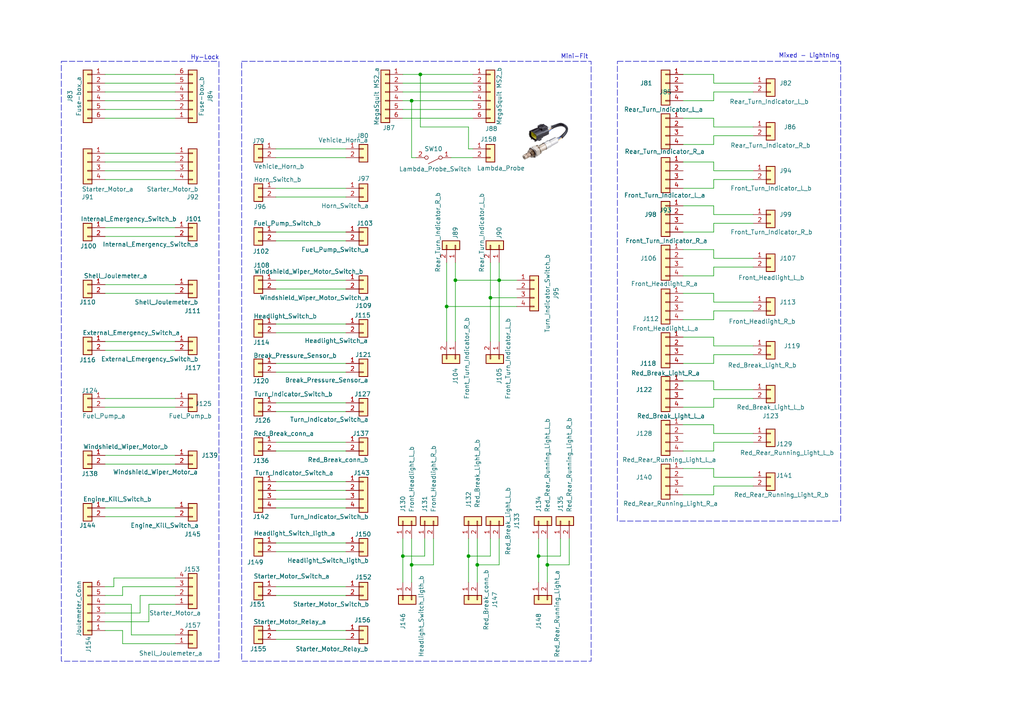
<source format=kicad_sch>
(kicad_sch (version 20250114) (generator "eeschema") (generator_version "9.0")
  (paper "A4")
  (title_block (date "2025-03-21") (rev "V1.0.0"))
  (lib_symbols
    (symbol "Connector_Generic:Conn_01x02" (pin_names (offset 1.016) (hide yes))
      (property "Reference" "J" (at 0 2.54 0))
      (property "Value" "Conn_01x02" (at 0 -5.08 0))
      (symbol "Conn_01x02_1_1"
        (rectangle (start -1.27 1.27) (end 1.27 -3.81) (stroke (width 0.254)) (fill (type background)))
        (rectangle (start -1.27 0.127) (end 0 -0.127) (stroke (width 0.1524)))
        (rectangle (start -1.27 -2.413) (end 0 -2.667) (stroke (width 0.1524)))
        (pin passive line (at -5.08 0 0) (length 3.81) (name "Pin_1") (number "1"))
        (pin passive line (at -5.08 -2.54 0) (length 3.81) (name "Pin_2") (number "2"))
      )
    )
    (symbol "Connector_Generic:Conn_01x04" (pin_names (offset 1.016) (hide yes))
      (property "Reference" "J" (at 0 5.08 0))
      (property "Value" "Conn_01x04" (at 0 -7.62 0))
      (symbol "Conn_01x04_1_1"
        (rectangle (start -1.27 3.81) (end 1.27 -6.35) (stroke (width 0.254)) (fill (type background)))
        (rectangle (start -1.27 2.667) (end 0 2.413) (stroke (width 0.1524)))
        (rectangle (start -1.27 0.127) (end 0 -0.127) (stroke (width 0.1524)))
        (rectangle (start -1.27 -2.413) (end 0 -2.667) (stroke (width 0.1524)))
        (rectangle (start -1.27 -4.953) (end 0 -5.207) (stroke (width 0.1524)))
        (pin passive line (at -5.08 2.54 0) (length 3.81) (name "Pin_1") (number "1"))
        (pin passive line (at -5.08 0 0) (length 3.81) (name "Pin_2") (number "2"))
        (pin passive line (at -5.08 -2.54 0) (length 3.81) (name "Pin_3") (number "3"))
        (pin passive line (at -5.08 -5.08 0) (length 3.81) (name "Pin_4") (number "4"))
      )
    )
    (symbol "Connector_Generic:Conn_01x06" (pin_names (offset 1.016) (hide yes))
      (property "Reference" "J" (at 0 7.62 0))
      (property "Value" "Conn_01x06" (at 0 -10.16 0))
      (symbol "Conn_01x06_1_1"
        (rectangle (start -1.27 6.35) (end 1.27 -8.89) (stroke (width 0.254)) (fill (type background)))
        (rectangle (start -1.27 5.207) (end 0 4.953) (stroke (width 0.1524)))
        (rectangle (start -1.27 2.667) (end 0 2.413) (stroke (width 0.1524)))
        (rectangle (start -1.27 0.127) (end 0 -0.127) (stroke (width 0.1524)))
        (rectangle (start -1.27 -2.413) (end 0 -2.667) (stroke (width 0.1524)))
        (rectangle (start -1.27 -4.953) (end 0 -5.207) (stroke (width 0.1524)))
        (rectangle (start -1.27 -7.493) (end 0 -7.747) (stroke (width 0.1524)))
        (pin passive line (at -5.08 5.08 0) (length 3.81) (name "Pin_1") (number "1"))
        (pin passive line (at -5.08 2.54 0) (length 3.81) (name "Pin_2") (number "2"))
        (pin passive line (at -5.08 0 0) (length 3.81) (name "Pin_3") (number "3"))
        (pin passive line (at -5.08 -2.54 0) (length 3.81) (name "Pin_4") (number "4"))
        (pin passive line (at -5.08 -5.08 0) (length 3.81) (name "Pin_5") (number "5"))
        (pin passive line (at -5.08 -7.62 0) (length 3.81) (name "Pin_6") (number "6"))
      )
    )
    (symbol "Switch:SW_SPST" (pin_names (offset 0) (hide yes))
      (property "Reference" "SW" (at 0 3.175 0))
      (property "Value" "SW_SPST" (at 0 -2.54 0))
      (symbol "SW_SPST_0_0"
        (circle (center -2.032 0) (radius 0.508))
        (polyline (pts (xy -1.524 0.254) (xy 1.524 1.778)))
        (circle (center 2.032 0) (radius 0.508))
      )
      (symbol "SW_SPST_1_1"
        (pin passive line (at -5.08 0 0) (length 2.54) (name "A") (number "1"))
        (pin passive line (at 5.08 0 180) (length 2.54) (name "B") (number "2"))
      )
    )
  )
  (rectangle (start 179.07 17.78) (end 243.84 151.13) (stroke (width 0) (type dash)))
  (rectangle (start 70.104 17.78) (end 171.45 191.77) (stroke (width 0) (type dash)))
  (rectangle (start 17.78 17.78) (end 63.5 191.77) (stroke (width 0) (type dash)))
  (text "Hy-Lock" (at 59.436 16.764 0) (effects (font (size 1.27 1.27))))
  (text "Mixed - Lightning" (at 234.696 16.256 0) (effects (font (size 1.27 1.27))))
  (text "Mini-Fit" (at 166.624 16.51 0) (effects (font (size 1.27 1.27))))
  (junction (at 132.08 81.28))
  (junction (at 129.54 88.9))
  (junction (at 158.75 163.83))
  (junction (at 138.43 163.83))
  (junction (at 116.84 161.29))
  (junction (at 142.24 86.36))
  (junction (at 119.38 163.83))
  (junction (at 135.89 161.29))
  (junction (at 121.92 21.59))
  (junction (at 119.38 29.21))
  (junction (at 144.78 81.28))
  (junction (at 156.21 161.29))
  (wire (pts (xy 123.19 161.29) (xy 123.19 156.21)))
  (wire (pts (xy 218.44 115.57) (xy 207.01 115.57)))
  (wire (pts (xy 80.01 128.27) (xy 100.33 128.27)))
  (wire (pts (xy 30.48 180.34) (xy 43.18 180.34)))
  (wire (pts (xy 207.01 29.21) (xy 207.01 26.67)))
  (wire (pts (xy 80.01 160.02) (xy 100.33 160.02)))
  (wire (pts (xy 198.12 34.29) (xy 207.01 34.29)))
  (wire (pts (xy 38.1 175.26) (xy 38.1 184.15)))
  (wire (pts (xy 198.12 46.99) (xy 207.01 46.99)))
  (wire (pts (xy 158.75 163.83) (xy 158.75 156.21)))
  (wire (pts (xy 100.33 119.38) (xy 80.01 119.38)))
  (wire (pts (xy 30.48 49.53) (xy 50.8 49.53)))
  (wire (pts (xy 144.78 156.21) (xy 144.78 163.83)))
  (wire (pts (xy 207.01 62.23) (xy 218.44 62.23)))
  (wire (pts (xy 144.78 81.28) (xy 144.78 99.06)))
  (wire (pts (xy 132.08 81.28) (xy 132.08 99.06)))
  (wire (pts (xy 144.78 81.28) (xy 132.08 81.28)))
  (wire (pts (xy 198.12 85.09) (xy 207.01 85.09)))
  (wire (pts (xy 207.01 21.59) (xy 207.01 24.13)))
  (wire (pts (xy 138.43 163.83) (xy 138.43 156.21)))
  (wire (pts (xy 137.16 31.75) (xy 116.84 31.75)))
  (wire (pts (xy 50.8 101.6) (xy 30.48 101.6)))
  (wire (pts (xy 100.33 69.85) (xy 80.01 69.85)))
  (wire (pts (xy 100.33 182.88) (xy 80.01 182.88)))
  (wire (pts (xy 116.84 168.91) (xy 116.84 161.29)))
  (wire (pts (xy 116.84 24.13) (xy 137.16 24.13)))
  (wire (pts (xy 158.75 163.83) (xy 165.1 163.83)))
  (wire (pts (xy 35.56 186.69) (xy 50.8 186.69)))
  (wire (pts (xy 100.33 144.78) (xy 80.01 144.78)))
  (wire (pts (xy 100.33 172.72) (xy 80.01 172.72)))
  (wire (pts (xy 30.48 24.13) (xy 50.8 24.13)))
  (wire (pts (xy 198.12 92.71) (xy 207.01 92.71)))
  (wire (pts (xy 207.01 67.31) (xy 207.01 64.77)))
  (wire (pts (xy 129.54 76.2) (xy 129.54 88.9)))
  (wire (pts (xy 142.24 76.2) (xy 142.24 86.36)))
  (wire (pts (xy 100.33 81.28) (xy 80.01 81.28)))
  (wire (pts (xy 120.65 45.72) (xy 119.38 45.72)))
  (wire (pts (xy 207.01 46.99) (xy 207.01 49.53)))
  (wire (pts (xy 207.01 64.77) (xy 218.44 64.77)))
  (wire (pts (xy 116.84 26.67) (xy 137.16 26.67)))
  (wire (pts (xy 30.48 31.75) (xy 50.8 31.75)))
  (wire (pts (xy 100.33 54.61) (xy 80.01 54.61)))
  (wire (pts (xy 198.12 123.19) (xy 207.01 123.19)))
  (wire (pts (xy 198.12 135.89) (xy 207.01 135.89)))
  (wire (pts (xy 50.8 132.08) (xy 30.48 132.08)))
  (wire (pts (xy 100.33 57.15) (xy 80.01 57.15)))
  (wire (pts (xy 30.48 52.07) (xy 50.8 52.07)))
  (wire (pts (xy 207.01 24.13) (xy 218.44 24.13)))
  (wire (pts (xy 30.48 177.8) (xy 40.64 177.8)))
  (wire (pts (xy 100.33 142.24) (xy 80.01 142.24)))
  (wire (pts (xy 119.38 29.21) (xy 119.38 45.72)))
  (wire (pts (xy 50.8 115.57) (xy 30.48 115.57)))
  (wire (pts (xy 198.12 110.49) (xy 207.01 110.49)))
  (wire (pts (xy 30.48 82.55) (xy 50.8 82.55)))
  (wire (pts (xy 100.33 185.42) (xy 80.01 185.42)))
  (wire (pts (xy 207.01 52.07) (xy 218.44 52.07)))
  (wire (pts (xy 100.33 43.18) (xy 80.01 43.18)))
  (wire (pts (xy 198.12 54.61) (xy 207.01 54.61)))
  (wire (pts (xy 218.44 102.87) (xy 207.01 102.87)))
  (wire (pts (xy 149.86 81.28) (xy 144.78 81.28)))
  (wire (pts (xy 207.01 59.69) (xy 207.01 62.23)))
  (wire (pts (xy 132.08 76.2) (xy 132.08 81.28)))
  (wire (pts (xy 40.64 172.72) (xy 50.8 172.72)))
  (wire (pts (xy 207.01 80.01) (xy 207.01 77.47)))
  (wire (pts (xy 207.01 105.41) (xy 198.12 105.41)))
  (wire (pts (xy 125.73 156.21) (xy 125.73 163.83)))
  (wire (pts (xy 207.01 90.17) (xy 207.01 92.71)))
  (wire (pts (xy 116.84 161.29) (xy 123.19 161.29)))
  (wire (pts (xy 100.33 107.95) (xy 80.01 107.95)))
  (wire (pts (xy 80.01 157.48) (xy 100.33 157.48)))
  (wire (pts (xy 50.8 147.32) (xy 30.48 147.32)))
  (wire (pts (xy 207.01 49.53) (xy 218.44 49.53)))
  (wire (pts (xy 207.01 143.51) (xy 198.12 143.51)))
  (wire (pts (xy 156.21 168.91) (xy 156.21 161.29)))
  (wire (pts (xy 100.33 116.84) (xy 80.01 116.84)))
  (wire (pts (xy 138.43 168.91) (xy 138.43 163.83)))
  (wire (pts (xy 35.56 170.18) (xy 35.56 172.72)))
  (wire (pts (xy 135.89 36.83) (xy 135.89 43.18)))
  (wire (pts (xy 119.38 168.91) (xy 119.38 163.83)))
  (wire (pts (xy 218.44 128.27) (xy 207.01 128.27)))
  (wire (pts (xy 207.01 130.81) (xy 198.12 130.81)))
  (wire (pts (xy 50.8 149.86) (xy 30.48 149.86)))
  (wire (pts (xy 207.01 115.57) (xy 207.01 118.11)))
  (wire (pts (xy 207.01 113.03) (xy 218.44 113.03)))
  (wire (pts (xy 137.16 45.72) (xy 130.81 45.72)))
  (wire (pts (xy 30.48 34.29) (xy 50.8 34.29)))
  (wire (pts (xy 149.86 88.9) (xy 129.54 88.9)))
  (wire (pts (xy 218.44 140.97) (xy 207.01 140.97)))
  (wire (pts (xy 198.12 41.91) (xy 207.01 41.91)))
  (wire (pts (xy 100.33 45.72) (xy 80.01 45.72)))
  (wire (pts (xy 207.01 54.61) (xy 207.01 52.07)))
  (wire (pts (xy 135.89 168.91) (xy 135.89 161.29)))
  (wire (pts (xy 116.84 161.29) (xy 116.84 156.21)))
  (wire (pts (xy 198.12 80.01) (xy 207.01 80.01)))
  (wire (pts (xy 198.12 97.79) (xy 207.01 97.79)))
  (wire (pts (xy 33.02 170.18) (xy 33.02 167.64)))
  (wire (pts (xy 135.89 36.83) (xy 121.92 36.83)))
  (wire (pts (xy 207.01 97.79) (xy 207.01 100.33)))
  (wire (pts (xy 50.8 99.06) (xy 30.48 99.06)))
  (wire (pts (xy 138.43 163.83) (xy 144.78 163.83)))
  (wire (pts (xy 30.48 44.45) (xy 50.8 44.45)))
  (wire (pts (xy 116.84 34.29) (xy 137.16 34.29)))
  (wire (pts (xy 100.33 147.32) (xy 80.01 147.32)))
  (wire (pts (xy 116.84 21.59) (xy 121.92 21.59)))
  (wire (pts (xy 207.01 135.89) (xy 207.01 138.43)))
  (wire (pts (xy 135.89 161.29) (xy 142.24 161.29)))
  (wire (pts (xy 121.92 21.59) (xy 137.16 21.59)))
  (wire (pts (xy 30.48 175.26) (xy 38.1 175.26)))
  (wire (pts (xy 30.48 21.59) (xy 50.8 21.59)))
  (wire (pts (xy 129.54 88.9) (xy 129.54 99.06)))
  (wire (pts (xy 207.01 74.93) (xy 218.44 74.93)))
  (wire (pts (xy 135.89 161.29) (xy 135.89 156.21)))
  (wire (pts (xy 207.01 110.49) (xy 207.01 113.03)))
  (wire (pts (xy 198.12 21.59) (xy 207.01 21.59)))
  (wire (pts (xy 38.1 184.15) (xy 50.8 184.15)))
  (wire (pts (xy 50.8 170.18) (xy 35.56 170.18)))
  (wire (pts (xy 43.18 180.34) (xy 43.18 175.26)))
  (wire (pts (xy 35.56 172.72) (xy 30.48 172.72)))
  (wire (pts (xy 119.38 163.83) (xy 125.73 163.83)))
  (wire (pts (xy 207.01 123.19) (xy 207.01 125.73)))
  (wire (pts (xy 33.02 167.64) (xy 50.8 167.64)))
  (wire (pts (xy 207.01 72.39) (xy 207.01 74.93)))
  (wire (pts (xy 207.01 41.91) (xy 207.01 39.37)))
  (wire (pts (xy 207.01 77.47) (xy 218.44 77.47)))
  (wire (pts (xy 207.01 138.43) (xy 218.44 138.43)))
  (wire (pts (xy 119.38 163.83) (xy 119.38 156.21)))
  (wire (pts (xy 100.33 105.41) (xy 80.01 105.41)))
  (wire (pts (xy 121.92 21.59) (xy 121.92 36.83)))
  (wire (pts (xy 43.18 175.26) (xy 50.8 175.26)))
  (wire (pts (xy 198.12 67.31) (xy 207.01 67.31)))
  (wire (pts (xy 144.78 76.2) (xy 144.78 81.28)))
  (wire (pts (xy 50.8 118.11) (xy 30.48 118.11)))
  (wire (pts (xy 207.01 36.83) (xy 218.44 36.83)))
  (wire (pts (xy 40.64 177.8) (xy 40.64 172.72)))
  (wire (pts (xy 207.01 87.63) (xy 218.44 87.63)))
  (wire (pts (xy 156.21 161.29) (xy 156.21 156.21)))
  (wire (pts (xy 165.1 156.21) (xy 165.1 163.83)))
  (wire (pts (xy 30.48 85.09) (xy 50.8 85.09)))
  (wire (pts (xy 207.01 26.67) (xy 218.44 26.67)))
  (wire (pts (xy 207.01 128.27) (xy 207.01 130.81)))
  (wire (pts (xy 119.38 29.21) (xy 137.16 29.21)))
  (wire (pts (xy 100.33 83.82) (xy 80.01 83.82)))
  (wire (pts (xy 158.75 168.91) (xy 158.75 163.83)))
  (wire (pts (xy 116.84 29.21) (xy 119.38 29.21)))
  (wire (pts (xy 207.01 102.87) (xy 207.01 105.41)))
  (wire (pts (xy 142.24 86.36) (xy 142.24 99.06)))
  (wire (pts (xy 100.33 93.98) (xy 80.01 93.98)))
  (wire (pts (xy 30.48 29.21) (xy 50.8 29.21)))
  (wire (pts (xy 162.56 161.29) (xy 162.56 156.21)))
  (wire (pts (xy 50.8 68.58) (xy 30.48 68.58)))
  (wire (pts (xy 198.12 59.69) (xy 207.01 59.69)))
  (wire (pts (xy 100.33 96.52) (xy 80.01 96.52)))
  (wire (pts (xy 207.01 34.29) (xy 207.01 36.83)))
  (wire (pts (xy 100.33 170.18) (xy 80.01 170.18)))
  (wire (pts (xy 218.44 90.17) (xy 207.01 90.17)))
  (wire (pts (xy 135.89 43.18) (xy 137.16 43.18)))
  (wire (pts (xy 50.8 66.04) (xy 30.48 66.04)))
  (wire (pts (xy 80.01 130.81) (xy 100.33 130.81)))
  (wire (pts (xy 50.8 134.62) (xy 30.48 134.62)))
  (wire (pts (xy 207.01 125.73) (xy 218.44 125.73)))
  (wire (pts (xy 207.01 85.09) (xy 207.01 87.63)))
  (wire (pts (xy 30.48 182.88) (xy 35.56 182.88)))
  (wire (pts (xy 100.33 67.31) (xy 80.01 67.31)))
  (wire (pts (xy 30.48 170.18) (xy 33.02 170.18)))
  (wire (pts (xy 100.33 139.7) (xy 80.01 139.7)))
  (wire (pts (xy 30.48 46.99) (xy 50.8 46.99)))
  (wire (pts (xy 149.86 86.36) (xy 142.24 86.36)))
  (wire (pts (xy 156.21 161.29) (xy 162.56 161.29)))
  (wire (pts (xy 35.56 182.88) (xy 35.56 186.69)))
  (wire (pts (xy 198.12 29.21) (xy 207.01 29.21)))
  (wire (pts (xy 207.01 39.37) (xy 218.44 39.37)))
  (wire (pts (xy 30.48 26.67) (xy 50.8 26.67)))
  (wire (pts (xy 198.12 72.39) (xy 207.01 72.39)))
  (wire (pts (xy 207.01 140.97) (xy 207.01 143.51)))
  (wire (pts (xy 142.24 161.29) (xy 142.24 156.21)))
  (wire (pts (xy 207.01 118.11) (xy 198.12 118.11)))
  (wire (pts (xy 207.01 100.33) (xy 218.44 100.33)))
  (image (at 157.48 40.64) (scale 0.314946))
  (symbol (lib_id "Connector_Generic:Conn_01x02") (at 116.84 151.13 90) (unit 1)
    (property "Reference" "J130" (at 116.8399 148.59 0) (effects (justify left)))
    (property "Value" "Front_Headlight_L_b" (at 119.3799 148.59 0) (effects (justify left)))
    (property "Description" "Generic connector, single row, 01x02, script generated (kicad-library-utils/schlib/autogen/connector/)" (effects (hide yes)))
  )
  (symbol (lib_id "Connector_Generic:Conn_01x02") (at 74.93 116.84 0) (mirror y) (unit 1)
    (property "Reference" "J126" (at 76.2 121.92 0))
    (property "Value" "Turn_Indicator_Switch_b" (at 85.09 114.3 0))
    (property "Description" "Generic connector, single row, 01x02, script generated (kicad-library-utils/schlib/autogen/connector/)" (effects (hide yes)))
  )
  (symbol (lib_id "Connector_Generic:Conn_01x02") (at 156.21 173.99 90) (mirror x) (unit 1)
    (property "Reference" "J148" (at 156.2099 177.8 0) (effects (justify left)))
    (property "Value" "Red_Rear_Running_Light_a" (at 161.544 165.354 0) (effects (justify left)))
    (property "Description" "Generic connector, single row, 01x02, script generated (kicad-library-utils/schlib/autogen/connector/)" (effects (hide yes)))
  )
  (symbol (lib_id "Connector_Generic:Conn_01x04") (at 193.04 125.73 0) (mirror y) (unit 1)
    (property "Reference" "J128" (at 189.23 125.7299 0) (effects (justify left)))
    (property "Value" "Red_Rear_Running_Light_L_a" (at 207.772 133.35 0) (effects (justify left)))
    (property "Description" "Generic connector, single row, 01x04, script generated (kicad-library-utils/schlib/autogen/connector/)" (effects (hide yes)))
  )
  (symbol (lib_id "Connector_Generic:Conn_01x04") (at 193.04 87.63 0) (mirror y) (unit 1)
    (property "Reference" "J112" (at 188.722 92.456 0))
    (property "Value" "Front_Headlight_L_a" (at 193.04 95.25 0))
    (property "Description" "Generic connector, single row, 01x04, script generated (kicad-library-utils/schlib/autogen/connector/)" (effects (hide yes)))
  )
  (symbol (lib_id "Connector_Generic:Conn_01x02") (at 162.56 151.13 90) (unit 1)
    (property "Reference" "J135" (at 162.56 143.764 0) (effects (justify right)))
    (property "Value" "Red_Rear_Running_Light_R_b" (at 165.0999 148.59 0) (effects (justify left)))
    (property "Description" "Generic connector, single row, 01x02, script generated (kicad-library-utils/schlib/autogen/connector/)" (effects (hide yes)))
  )
  (symbol (lib_id "Connector_Generic:Conn_01x02") (at 223.52 24.13 0) (unit 1)
    (property "Reference" "J82" (at 226.06 24.1299 0) (effects (justify left)))
    (property "Value" "Rear_Turn_Indicator_L_b" (at 211.582 29.464 0) (effects (justify left)))
    (property "Description" "Generic connector, single row, 01x02, script generated (kicad-library-utils/schlib/autogen/connector/)" (effects (hide yes)))
  )
  (symbol (lib_id "Connector_Generic:Conn_01x02") (at 55.88 147.32 0) (unit 1)
    (property "Reference" "J145" (at 55.88 154.94 0))
    (property "Value" "Engine_Kill_Switch_a" (at 47.752 152.4 0))
    (property "Description" "Generic connector, single row, 01x02, script generated (kicad-library-utils/schlib/autogen/connector/)" (effects (hide yes)))
  )
  (symbol (lib_id "Connector_Generic:Conn_01x02") (at 105.41 128.27 0) (unit 1)
    (property "Reference" "J137" (at 104.648 125.73 0))
    (property "Value" "Red_Break_conn_b" (at 98.044 133.35 0))
    (property "Description" "Generic connector, single row, 01x02, script generated (kicad-library-utils/schlib/autogen/connector/)" (effects (hide yes)))
  )
  (symbol (lib_id "Connector_Generic:Conn_01x02") (at 105.41 81.28 0) (unit 1)
    (property "Reference" "J109" (at 105.41 88.646 0))
    (property "Value" "Windshield_Wiper_Motor_Switch_a" (at 91.186 86.36 0))
    (property "Description" "Generic connector, single row, 01x02, script generated (kicad-library-utils/schlib/autogen/connector/)" (effects (hide yes)))
  )
  (symbol (lib_id "Connector_Generic:Conn_01x04") (at 193.04 24.13 0) (mirror y) (unit 1)
    (property "Reference" "J81" (at 189.23 24.1299 0) (effects (justify left)))
    (property "Value" "Rear_Turn_Indicator_L_a" (at 203.962 31.75 0) (effects (justify left)))
    (property "Description" "Generic connector, single row, 01x04, script generated (kicad-library-utils/schlib/autogen/connector/)" (effects (hide yes)))
  )
  (symbol (lib_id "Connector_Generic:Conn_01x04") (at 193.04 138.43 0) (mirror y) (unit 1)
    (property "Reference" "J140" (at 189.23 138.4299 0) (effects (justify left)))
    (property "Value" "Red_Rear_Running_Light_R_a" (at 208.28 146.05 0) (effects (justify left)))
    (property "Description" "Generic connector, single row, 01x04, script generated (kicad-library-utils/schlib/autogen/connector/)" (effects (hide yes)))
  )
  (symbol (lib_id "Connector_Generic:Conn_01x02") (at 144.78 71.12 270) (mirror x) (unit 1)
    (property "Reference" "J90" (at 144.78 69.342 0) (effects (justify left)))
    (property "Value" "Rear_Turn_Indicator_L_b" (at 139.7 78.994 0) (effects (justify left)))
    (property "Description" "Generic connector, single row, 01x02, script generated (kicad-library-utils/schlib/autogen/connector/)" (effects (hide yes)))
  )
  (symbol (lib_id "Connector_Generic:Conn_01x02") (at 156.21 151.13 90) (unit 1)
    (property "Reference" "J134" (at 156.2099 148.59 0) (effects (justify left)))
    (property "Value" "Red_Rear_Running_Light_L_b" (at 158.7499 148.59 0) (effects (justify left)))
    (property "Description" "Generic connector, single row, 01x02, script generated (kicad-library-utils/schlib/autogen/connector/)" (effects (hide yes)))
  )
  (symbol (lib_id "Connector_Generic:Conn_01x04") (at 55.88 46.99 0) (unit 1)
    (property "Reference" "J92" (at 55.88 57.15 0))
    (property "Value" "Starter_Motor_b" (at 50.038 54.864 0))
    (property "Description" "Generic connector, single row, 01x04, script generated (kicad-library-utils/schlib/autogen/connector/)" (effects (hide yes)))
  )
  (symbol (lib_id "Connector_Generic:Conn_01x02") (at 223.52 62.23 0) (unit 1)
    (property "Reference" "J99" (at 226.06 62.2299 0) (effects (justify left)))
    (property "Value" "Front_Turn_Indicator_R_b" (at 211.836 67.31 0) (effects (justify left)))
    (property "Description" "Generic connector, single row, 01x02, script generated (kicad-library-utils/schlib/autogen/connector/)" (effects (hide yes)))
  )
  (symbol (lib_id "Connector_Generic:Conn_01x04") (at 154.94 83.82 0) (unit 1)
    (property "Reference" "J95" (at 161.29 85.09 90))
    (property "Value" "Turn_Indicator_Switch_b" (at 158.75 85.09 90))
    (property "Description" "Generic connector, single row, 01x04, script generated (kicad-library-utils/schlib/autogen/connector/)" (effects (hide yes)))
  )
  (symbol (lib_id "Connector_Generic:Conn_01x02") (at 105.41 170.18 0) (unit 1)
    (property "Reference" "J152" (at 105.41 167.386 0))
    (property "Value" "Starter_Motor_Switch_b" (at 96.012 175.26 0))
    (property "Description" "Generic connector, single row, 01x02, script generated (kicad-library-utils/schlib/autogen/connector/)" (effects (hide yes)))
  )
  (symbol (lib_id "Connector_Generic:Conn_01x02") (at 223.52 125.73 0) (unit 1)
    (property "Reference" "J129" (at 225.044 128.778 0) (effects (justify left)))
    (property "Value" "Red_Rear_Running_Light_L_b" (at 214.63 131.318 0) (effects (justify left)))
    (property "Description" "Generic connector, single row, 01x02, script generated (kicad-library-utils/schlib/autogen/connector/)" (effects (hide yes)))
  )
  (symbol (lib_id "Connector_Generic:Conn_01x02") (at 25.4 66.04 0) (mirror y) (unit 1)
    (property "Reference" "J100" (at 25.654 71.374 0))
    (property "Value" "Internal_Emergency_Switch_b" (at 37.338 63.5 0))
    (property "Description" "Generic connector, single row, 01x02, script generated (kicad-library-utils/schlib/autogen/connector/)" (effects (hide yes)))
  )
  (symbol (lib_id "Connector_Generic:Conn_01x02") (at 132.08 71.12 270) (mirror x) (unit 1)
    (property "Reference" "J89" (at 132.08 69.342 0) (effects (justify left)))
    (property "Value" "Rear_Turn_Indicator_R_b" (at 127 78.994 0) (effects (justify left)))
    (property "Description" "Generic connector, single row, 01x02, script generated (kicad-library-utils/schlib/autogen/connector/)" (effects (hide yes)))
  )
  (symbol (lib_id "Connector_Generic:Conn_01x02") (at 74.93 93.98 0) (mirror y) (unit 1)
    (property "Reference" "J114" (at 78.232 99.314 0) (effects (justify left)))
    (property "Value" "Headlight_Switch_b" (at 91.948 91.694 0) (effects (justify left)))
    (property "Description" "Generic connector, single row, 01x02, script generated (kicad-library-utils/schlib/autogen/connector/)" (effects (hide yes)))
  )
  (symbol (lib_id "Connector_Generic:Conn_01x02") (at 105.41 43.18 0) (unit 1)
    (property "Reference" "J80" (at 105.156 39.37 0))
    (property "Value" "Vehicle_Horn_a" (at 99.568 40.64 0))
    (property "Description" "Generic connector, single row, 01x02, script generated (kicad-library-utils/schlib/autogen/connector/)" (effects (hide yes)))
  )
  (symbol (lib_id "Connector_Generic:Conn_01x02") (at 74.93 43.18 0) (mirror y) (unit 1)
    (property "Reference" "J79" (at 74.93 40.894 0))
    (property "Value" "Vehicle_Horn_b" (at 81.026 48.26 0))
    (property "Description" "Generic connector, single row, 01x02, script generated (kicad-library-utils/schlib/autogen/connector/)" (effects (hide yes)))
  )
  (symbol (lib_id "Connector_Generic:Conn_01x02") (at 25.4 132.08 0) (mirror y) (unit 1)
    (property "Reference" "J138" (at 28.448 137.414 0) (effects (justify left)))
    (property "Value" "Windshield_Wiper_Motor_b" (at 48.768 129.54 0) (effects (justify left)))
    (property "Description" "Generic connector, single row, 01x02, script generated (kicad-library-utils/schlib/autogen/connector/)" (effects (hide yes)))
  )
  (symbol (lib_id "Connector_Generic:Conn_01x02") (at 116.84 173.99 90) (mirror x) (unit 1)
    (property "Reference" "J146" (at 116.8399 177.8 0) (effects (justify left)))
    (property "Value" "Headlight_Switch_ligth_b" (at 122.174 166.878 0) (effects (justify left)))
    (property "Description" "Generic connector, single row, 01x02, script generated (kicad-library-utils/schlib/autogen/connector/)" (effects (hide yes)))
  )
  (symbol (lib_id "Connector_Generic:Conn_01x02") (at 55.88 82.55 0) (unit 1)
    (property "Reference" "J111" (at 55.88 90.17 0))
    (property "Value" "Shell_Joulemeter_b" (at 48.26 87.63 0))
    (property "Description" "Generic connector, single row, 01x02, script generated (kicad-library-utils/schlib/autogen/connector/)" (effects (hide yes)))
  )
  (symbol (lib_id "Connector_Generic:Conn_01x06") (at 142.24 26.67 0) (unit 1)
    (property "Reference" "J88" (at 140.716 37.338 0) (effects (justify left)))
    (property "Value" "MegaSquit MS2_b" (at 144.78 36.322 90) (effects (justify left)))
    (property "Description" "Generic connector, single row, 01x06, script generated (kicad-library-utils/schlib/autogen/connector/)" (effects (hide yes)))
  )
  (symbol (lib_id "Connector_Generic:Conn_01x02") (at 223.52 100.33 0) (unit 1)
    (property "Reference" "J119" (at 227.33 100.3299 0) (effects (justify left)))
    (property "Value" "Red_Break_Light_R_b" (at 211.074 105.918 0) (effects (justify left)))
    (property "Description" "Generic connector, single row, 01x02, script generated (kicad-library-utils/schlib/autogen/connector/)" (effects (hide yes)))
  )
  (symbol (lib_id "Connector_Generic:Conn_01x02") (at 223.52 36.83 0) (unit 1)
    (property "Reference" "J86" (at 227.33 36.8299 0) (effects (justify left)))
    (property "Value" "Rear_Turn_Indicator_R_b" (at 211.836 42.164 0) (effects (justify left)))
    (property "Description" "Generic connector, single row, 01x02, script generated (kicad-library-utils/schlib/autogen/connector/)" (effects (hide yes)))
  )
  (symbol (lib_id "Connector_Generic:Conn_01x04") (at 193.04 74.93 0) (mirror y) (unit 1)
    (property "Reference" "J106" (at 190.5 74.9299 0) (effects (justify left)))
    (property "Value" "Front_Headlight_R_a" (at 202.438 82.296 0) (effects (justify left)))
    (property "Description" "Generic connector, single row, 01x04, script generated (kicad-library-utils/schlib/autogen/connector/)" (effects (hide yes)))
  )
  (symbol (lib_id "Connector_Generic:Conn_01x02") (at 25.4 147.32 0) (mirror y) (unit 1)
    (property "Reference" "J144" (at 25.4 152.4 0))
    (property "Value" "Engine_Kill_Switch_b" (at 34.036 144.78 0))
    (property "Description" "Generic connector, single row, 01x02, script generated (kicad-library-utils/schlib/autogen/connector/)" (effects (hide yes)))
  )
  (symbol (lib_id "Connector_Generic:Conn_01x02") (at 132.08 104.14 270) (unit 1)
    (property "Reference" "J104" (at 132.0801 106.68 0) (effects (justify left)))
    (property "Value" "Front_Turn_Indicator_R_b" (at 135.382 91.948 0) (effects (justify left)))
    (property "Description" "Generic connector, single row, 01x02, script generated (kicad-library-utils/schlib/autogen/connector/)" (effects (hide yes)))
  )
  (symbol (lib_id "Connector_Generic:Conn_01x02") (at 25.4 115.57 0) (mirror y) (unit 1)
    (property "Reference" "J124" (at 23.622 113.284 0) (effects (justify right)))
    (property "Value" "Fuel_Pump_a" (at 23.876 120.65 0) (effects (justify right)))
    (property "Description" "Generic connector, single row, 01x02, script generated (kicad-library-utils/schlib/autogen/connector/)" (effects (hide yes)))
  )
  (symbol (lib_id "Connector_Generic:Conn_01x02") (at 74.93 128.27 0) (mirror y) (unit 1)
    (property "Reference" "J136" (at 75.692 133.604 0))
    (property "Value" "Red_Break_conn_a" (at 82.296 125.73 0))
    (property "Description" "Generic connector, single row, 01x02, script generated (kicad-library-utils/schlib/autogen/connector/)" (effects (hide yes)))
  )
  (symbol (lib_id "Connector_Generic:Conn_01x02") (at 55.88 186.69 0) (mirror x) (unit 1)
    (property "Reference" "J157" (at 55.88 181.356 0))
    (property "Value" "Shell_Joulemeter_a" (at 49.53 189.484 0))
    (property "Description" "Generic connector, single row, 01x02, script generated (kicad-library-utils/schlib/autogen/connector/)" (effects (hide yes)))
  )
  (symbol (lib_id "Connector_Generic:Conn_01x02") (at 74.93 105.41 0) (mirror y) (unit 1)
    (property "Reference" "J120" (at 75.692 110.49 0))
    (property "Value" "Break_Pressure_Sensor_b" (at 85.598 103.124 0))
    (property "Description" "Generic connector, single row, 01x02, script generated (kicad-library-utils/schlib/autogen/connector/)" (effects (hide yes)))
  )
  (symbol (lib_id "Connector_Generic:Conn_01x02") (at 25.4 82.55 0) (mirror y) (unit 1)
    (property "Reference" "J110" (at 25.4 87.63 0))
    (property "Value" "Shell_Joulemeter_a" (at 33.528 80.01 0))
    (property "Description" "Generic connector, single row, 01x02, script generated (kicad-library-utils/schlib/autogen/connector/)" (effects (hide yes)))
  )
  (symbol (lib_id "Connector_Generic:Conn_01x04") (at 105.41 142.24 0) (unit 1)
    (property "Reference" "J143" (at 104.902 137.16 0))
    (property "Value" "Turn_Indicator_Switch_b" (at 95.504 149.86 0))
    (property "Description" "Generic connector, single row, 01x04, script generated (kicad-library-utils/schlib/autogen/connector/)" (effects (hide yes)))
  )
  (symbol (lib_id "Connector_Generic:Conn_01x04") (at 55.88 172.72 0) (mirror x) (unit 1)
    (property "Reference" "J153" (at 55.626 165.1 0))
    (property "Value" "Starter_Motor_a" (at 50.8 177.8 0))
    (property "Description" "Generic connector, single row, 01x04, script generated (kicad-library-utils/schlib/autogen/connector/)" (effects (hide yes)))
  )
  (symbol (lib_id "Switch:SW_SPST") (at 125.73 45.72 180) (unit 1)
    (property "Reference" "SW10" (at 125.73 43.18 0))
    (property "Value" "Lambda_Probe_Switch" (at 126.238 49.022 0))
    (property "Description" "Single Pole Single Throw (SPST) switch" (effects (hide yes)))
  )
  (symbol (lib_id "Connector_Generic:Conn_01x02") (at 105.41 54.61 0) (unit 1)
    (property "Reference" "J97" (at 105.41 51.816 0))
    (property "Value" "Horn_Switch_a" (at 100.076 59.69 0))
    (property "Description" "Generic connector, single row, 01x02, script generated (kicad-library-utils/schlib/autogen/connector/)" (effects (hide yes)))
  )
  (symbol (lib_id "Connector_Generic:Conn_01x02") (at 135.89 151.13 90) (unit 1)
    (property "Reference" "J132" (at 135.8899 147.32 0) (effects (justify left)))
    (property "Value" "Red_Break_Light_R_b" (at 138.4299 147.32 0) (effects (justify left)))
    (property "Description" "Generic connector, single row, 01x02, script generated (kicad-library-utils/schlib/autogen/connector/)" (effects (hide yes)))
  )
  (symbol (lib_id "Connector_Generic:Conn_01x02") (at 55.88 66.04 0) (unit 1)
    (property "Reference" "J101" (at 56.134 63.5 0))
    (property "Value" "Internal_Emergency_Switch_a" (at 43.688 70.866 0))
    (property "Description" "Generic connector, single row, 01x02, script generated (kicad-library-utils/schlib/autogen/connector/)" (effects (hide yes)))
  )
  (symbol (lib_id "Connector_Generic:Conn_01x02") (at 223.52 138.43 0) (unit 1)
    (property "Reference" "J141" (at 225.044 137.922 0) (effects (justify left)))
    (property "Value" "Red_Rear_Running_Light_R_b" (at 212.852 143.51 0) (effects (justify left)))
    (property "Description" "Generic connector, single row, 01x02, script generated (kicad-library-utils/schlib/autogen/connector/)" (effects (hide yes)))
  )
  (symbol (lib_id "Connector_Generic:Conn_01x02") (at 74.93 157.48 0) (mirror y) (unit 1)
    (property "Reference" "J149" (at 76.454 163.068 0) (effects (justify left)))
    (property "Value" "Headlight_Switch_ligth_a" (at 97.282 154.686 0) (effects (justify left)))
    (property "Description" "Generic connector, single row, 01x02, script generated (kicad-library-utils/schlib/autogen/connector/)" (effects (hide yes)))
  )
  (symbol (lib_id "Connector_Generic:Conn_01x02") (at 144.78 104.14 270) (unit 1)
    (property "Reference" "J105" (at 144.7801 106.68 0) (effects (justify left)))
    (property "Value" "Front_Turn_Indicator_L_b" (at 147.32 92.202 0) (effects (justify left)))
    (property "Description" "Generic connector, single row, 01x02, script generated (kicad-library-utils/schlib/autogen/connector/)" (effects (hide yes)))
  )
  (symbol (lib_id "Connector_Generic:Conn_01x02") (at 105.41 67.31 0) (unit 1)
    (property "Reference" "J103" (at 103.378 64.77 0) (effects (justify left)))
    (property "Value" "Fuel_Pump_Switch_a" (at 87.376 72.39 0) (effects (justify left)))
    (property "Description" "Generic connector, single row, 01x02, script generated (kicad-library-utils/schlib/autogen/connector/)" (effects (hide yes)))
  )
  (symbol (lib_id "Connector_Generic:Conn_01x02") (at 74.93 170.18 0) (mirror y) (unit 1)
    (property "Reference" "J151" (at 74.676 175.26 0))
    (property "Value" "Starter_Motor_Switch_a" (at 84.582 167.132 0))
    (property "Description" "Generic connector, single row, 01x02, script generated (kicad-library-utils/schlib/autogen/connector/)" (effects (hide yes)))
  )
  (symbol (lib_id "Connector_Generic:Conn_01x02") (at 105.41 116.84 0) (unit 1)
    (property "Reference" "J127" (at 105.156 114.3 0))
    (property "Value" "Turn_Indicator_Switch_a" (at 95.504 121.666 0))
    (property "Description" "Generic connector, single row, 01x02, script generated (kicad-library-utils/schlib/autogen/connector/)" (effects (hide yes)))
  )
  (symbol (lib_id "Connector_Generic:Conn_01x02") (at 142.24 151.13 90) (unit 1)
    (property "Reference" "J133" (at 149.86 151.13 0))
    (property "Value" "Red_Break_Light_L_b" (at 147.32 151.13 0))
    (property "Description" "Generic connector, single row, 01x02, script generated (kicad-library-utils/schlib/autogen/connector/)" (effects (hide yes)))
  )
  (symbol (lib_id "Connector_Generic:Conn_01x04") (at 193.04 100.33 0) (mirror y) (unit 1)
    (property "Reference" "J118" (at 187.96 105.41 0))
    (property "Value" "Red_Break_Light_R_a" (at 193.04 108.204 0))
    (property "Description" "Generic connector, single row, 01x04, script generated (kicad-library-utils/schlib/autogen/connector/)" (effects (hide yes)))
  )
  (symbol (lib_id "Connector_Generic:Conn_01x02") (at 105.41 182.88 0) (unit 1)
    (property "Reference" "J156" (at 105.156 179.832 0))
    (property "Value" "Starter_Motor_Relay_b" (at 96.266 188.214 0))
    (property "Description" "Generic connector, single row, 01x02, script generated (kicad-library-utils/schlib/autogen/connector/)" (effects (hide yes)))
  )
  (symbol (lib_id "Connector_Generic:Conn_01x02") (at 105.41 105.41 0) (unit 1)
    (property "Reference" "J121" (at 105.41 102.87 0))
    (property "Value" "Break_Pressure_Sensor_a" (at 94.742 110.236 0))
    (property "Description" "Generic connector, single row, 01x02, script generated (kicad-library-utils/schlib/autogen/connector/)" (effects (hide yes)))
  )
  (symbol (lib_id "Connector_Generic:Conn_01x02") (at 223.52 87.63 0) (unit 1)
    (property "Reference" "J113" (at 226.06 87.6299 0) (effects (justify left)))
    (property "Value" "Front_Headlight_R_b" (at 211.328 93.218 0) (effects (justify left)))
    (property "Description" "Generic connector, single row, 01x02, script generated (kicad-library-utils/schlib/autogen/connector/)" (effects (hide yes)))
  )
  (symbol (lib_id "Connector_Generic:Conn_01x02") (at 105.41 93.98 0) (unit 1)
    (property "Reference" "J115" (at 105.156 91.44 0))
    (property "Value" "Headlight_Switch_a" (at 97.536 98.806 0))
    (property "Description" "Generic connector, single row, 01x02, script generated (kicad-library-utils/schlib/autogen/connector/)" (effects (hide yes)))
  )
  (symbol (lib_id "Connector_Generic:Conn_01x02") (at 55.88 99.06 0) (unit 1)
    (property "Reference" "J117" (at 55.88 106.68 0))
    (property "Value" "External_Emergency_Switch_b" (at 43.434 104.14 0))
    (property "Description" "Generic connector, single row, 01x02, script generated (kicad-library-utils/schlib/autogen/connector/)" (effects (hide yes)))
  )
  (symbol (lib_id "Connector_Generic:Conn_01x06") (at 55.88 29.21 0) (mirror x) (unit 1)
    (property "Reference" "J84" (at 60.96 27.94 90))
    (property "Value" "Fuse-box_b" (at 58.42 27.94 90))
    (property "Description" "Generic connector, single row, 01x06, script generated (kicad-library-utils/schlib/autogen/connector/)" (effects (hide yes)))
  )
  (symbol (lib_id "Connector_Generic:Conn_01x02") (at 74.93 182.88 0) (mirror y) (unit 1)
    (property "Reference" "J155" (at 74.93 188.214 0))
    (property "Value" "Starter_Motor_Relay_a" (at 84.074 180.34 0))
    (property "Description" "Generic connector, single row, 01x02, script generated (kicad-library-utils/schlib/autogen/connector/)" (effects (hide yes)))
  )
  (symbol (lib_id "Connector_Generic:Conn_01x04") (at 74.93 142.24 0) (mirror y) (unit 1)
    (property "Reference" "J142" (at 75.692 149.86 0))
    (property "Value" "Turn_Indicator_Switch_a" (at 85.344 137.16 0))
    (property "Description" "Generic connector, single row, 01x04, script generated (kicad-library-utils/schlib/autogen/connector/)" (effects (hide yes)))
  )
  (symbol (lib_id "Connector_Generic:Conn_01x06") (at 25.4 177.8 180) (unit 1)
    (property "Reference" "J154" (at 25.654 186.944 90))
    (property "Value" "Joulemeter_Conn" (at 22.86 176.53 90))
    (property "Description" "Generic connector, single row, 01x06, script generated (kicad-library-utils/schlib/autogen/connector/)" (effects (hide yes)))
  )
  (symbol (lib_id "Connector_Generic:Conn_01x02") (at 135.89 173.99 90) (mirror x) (unit 1)
    (property "Reference" "J147" (at 143.51 173.99 0))
    (property "Value" "Red_Break_conn_b" (at 140.97 173.99 0))
    (property "Description" "Generic connector, single row, 01x02, script generated (kicad-library-utils/schlib/autogen/connector/)" (effects (hide yes)))
  )
  (symbol (lib_id "Connector_Generic:Conn_01x02") (at 74.93 54.61 0) (mirror y) (unit 1)
    (property "Reference" "J96" (at 75.438 59.944 0))
    (property "Value" "Horn_Switch_b" (at 80.518 52.07 0))
    (property "Description" "Generic connector, single row, 01x02, script generated (kicad-library-utils/schlib/autogen/connector/)" (effects (hide yes)))
  )
  (symbol (lib_id "Connector_Generic:Conn_01x06") (at 25.4 26.67 0) (mirror y) (unit 1)
    (property "Reference" "J83" (at 20.32 27.94 90))
    (property "Value" "Fuse-box_a" (at 22.86 27.94 90))
    (property "Description" "Generic connector, single row, 01x06, script generated (kicad-library-utils/schlib/autogen/connector/)" (effects (hide yes)))
  )
  (symbol (lib_id "Connector_Generic:Conn_01x06") (at 111.76 26.67 0) (mirror y) (unit 1)
    (property "Reference" "J87" (at 112.776 37.084 0))
    (property "Value" "MegaSquit MS2_a" (at 109.22 27.94 90))
    (property "Description" "Generic connector, single row, 01x06, script generated (kicad-library-utils/schlib/autogen/connector/)" (effects (hide yes)))
  )
  (symbol (lib_id "Connector_Generic:Conn_01x04") (at 25.4 46.99 0) (mirror y) (unit 1)
    (property "Reference" "J91" (at 25.4 57.15 0))
    (property "Value" "Starter_Motor_a" (at 31.242 54.864 0))
    (property "Description" "Generic connector, single row, 01x04, script generated (kicad-library-utils/schlib/autogen/connector/)" (effects (hide yes)))
  )
  (symbol (lib_id "Connector_Generic:Conn_01x02") (at 142.24 43.18 0) (unit 1)
    (property "Reference" "J158" (at 141.732 40.386 0))
    (property "Value" "Lambda_Probe" (at 145.288 48.768 0))
    (property "Description" "Generic connector, single row, 01x02, script generated (kicad-library-utils/schlib/autogen/connector/)" (effects (hide yes)))
  )
  (symbol (lib_id "Connector_Generic:Conn_01x02") (at 55.88 115.57 0) (unit 1)
    (property "Reference" "J125" (at 61.468 117.094 0) (effects (justify right)))
    (property "Value" "Fuel_Pump_b" (at 61.468 120.65 0) (effects (justify right)))
    (property "Description" "Generic connector, single row, 01x02, script generated (kicad-library-utils/schlib/autogen/connector/)" (effects (hide yes)))
  )
  (symbol (lib_id "Connector_Generic:Conn_01x02") (at 74.93 81.28 0) (mirror y) (unit 1)
    (property "Reference" "J108" (at 78.232 76.962 0) (effects (justify left)))
    (property "Value" "Windshield_Wiper_Motor_Switch_b" (at 105.41 78.74 0) (effects (justify left)))
    (property "Description" "Generic connector, single row, 01x02, script generated (kicad-library-utils/schlib/autogen/connector/)" (effects (hide yes)))
  )
  (symbol (lib_id "Connector_Generic:Conn_01x02") (at 74.93 67.31 0) (mirror y) (unit 1)
    (property "Reference" "J102" (at 75.692 72.898 0))
    (property "Value" "Fuel_Pump_Switch_b" (at 83.312 64.77 0))
    (property "Description" "Generic connector, single row, 01x02, script generated (kicad-library-utils/schlib/autogen/connector/)" (effects (hide yes)))
  )
  (symbol (lib_id "Connector_Generic:Conn_01x02") (at 223.52 49.53 0) (unit 1)
    (property "Reference" "J94" (at 226.06 49.5299 0) (effects (justify left)))
    (property "Value" "Front_Turn_Indicator_L_b" (at 211.836 54.61 0) (effects (justify left)))
    (property "Description" "Generic connector, single row, 01x02, script generated (kicad-library-utils/schlib/autogen/connector/)" (effects (hide yes)))
  )
  (symbol (lib_id "Connector_Generic:Conn_01x02") (at 25.4 99.06 0) (mirror y) (unit 1)
    (property "Reference" "J116" (at 25.4 104.394 0))
    (property "Value" "External_Emergency_Switch_a" (at 38.1 96.52 0))
    (property "Description" "Generic connector, single row, 01x02, script generated (kicad-library-utils/schlib/autogen/connector/)" (effects (hide yes)))
  )
  (symbol (lib_id "Connector_Generic:Conn_01x04") (at 193.04 62.23 0) (mirror y) (unit 1)
    (property "Reference" "J98" (at 190.5 62.2299 0) (effects (justify left)))
    (property "Value" "Front_Turn_Indicator_R_a" (at 205.232 69.85 0) (effects (justify left)))
    (property "Description" "Generic connector, single row, 01x04, script generated (kicad-library-utils/schlib/autogen/connector/)" (effects (hide yes)))
  )
  (symbol (lib_id "Connector_Generic:Conn_01x02") (at 123.19 151.13 90) (unit 1)
    (property "Reference" "J131" (at 123.1899 148.59 0) (effects (justify left)))
    (property "Value" "Front_Headlight_R_b" (at 125.7299 148.59 0) (effects (justify left)))
    (property "Description" "Generic connector, single row, 01x02, script generated (kicad-library-utils/schlib/autogen/connector/)" (effects (hide yes)))
  )
  (symbol (lib_id "Connector_Generic:Conn_01x02") (at 105.41 157.48 0) (unit 1)
    (property "Reference" "J150" (at 102.87 154.94 0) (effects (justify left)))
    (property "Value" "Headlight_Switch_ligth_b" (at 83.312 162.56 0) (effects (justify left)))
    (property "Description" "Generic connector, single row, 01x02, script generated (kicad-library-utils/schlib/autogen/connector/)" (effects (hide yes)))
  )
  (symbol (lib_id "Connector_Generic:Conn_01x04") (at 193.04 36.83 0) (mirror y) (unit 1)
    (property "Reference" "J85" (at 193.04 26.67 0))
    (property "Value" "Rear_Turn_Indicator_R_a" (at 192.786 43.942 0))
    (property "Description" "Generic connector, single row, 01x04, script generated (kicad-library-utils/schlib/autogen/connector/)" (effects (hide yes)))
  )
  (symbol (lib_id "Connector_Generic:Conn_01x02") (at 223.52 113.03 0) (unit 1)
    (property "Reference" "J123" (at 223.52 120.65 0))
    (property "Value" "Red_Break_Light_L_b" (at 223.52 118.11 0))
    (property "Description" "Generic connector, single row, 01x02, script generated (kicad-library-utils/schlib/autogen/connector/)" (effects (hide yes)))
  )
  (symbol (lib_id "Connector_Generic:Conn_01x04") (at 193.04 49.53 0) (mirror y) (unit 1)
    (property "Reference" "J93" (at 193.04 60.96 0))
    (property "Value" "Front_Turn_Indicator_L_a" (at 192.786 56.642 0))
    (property "Description" "Generic connector, single row, 01x04, script generated (kicad-library-utils/schlib/autogen/connector/)" (effects (hide yes)))
  )
  (symbol (lib_id "Connector_Generic:Conn_01x02") (at 223.52 74.93 0) (unit 1)
    (property "Reference" "J107" (at 226.06 74.9299 0) (effects (justify left)))
    (property "Value" "Front_Headlight_L_b" (at 214.122 80.518 0) (effects (justify left)))
    (property "Description" "Generic connector, single row, 01x02, script generated (kicad-library-utils/schlib/autogen/connector/)" (effects (hide yes)))
  )
  (symbol (lib_id "Connector_Generic:Conn_01x02") (at 55.88 132.08 0) (unit 1)
    (property "Reference" "J139" (at 58.42 132.0799 0) (effects (justify left)))
    (property "Value" "Windshield_Wiper_Motor_a" (at 32.766 136.906 0) (effects (justify left)))
    (property "Description" "Generic connector, single row, 01x02, script generated (kicad-library-utils/schlib/autogen/connector/)" (effects (hide yes)))
  )
  (symbol (lib_id "Connector_Generic:Conn_01x04") (at 193.04 113.03 0) (mirror y) (unit 1)
    (property "Reference" "J122" (at 189.23 113.0299 0) (effects (justify left)))
    (property "Value" "Red_Break_Light_L_a" (at 204.47 120.65 0) (effects (justify left)))
    (property "Description" "Generic connector, single row, 01x04, script generated (kicad-library-utils/schlib/autogen/connector/)" (effects (hide yes)))
  )
)
</source>
